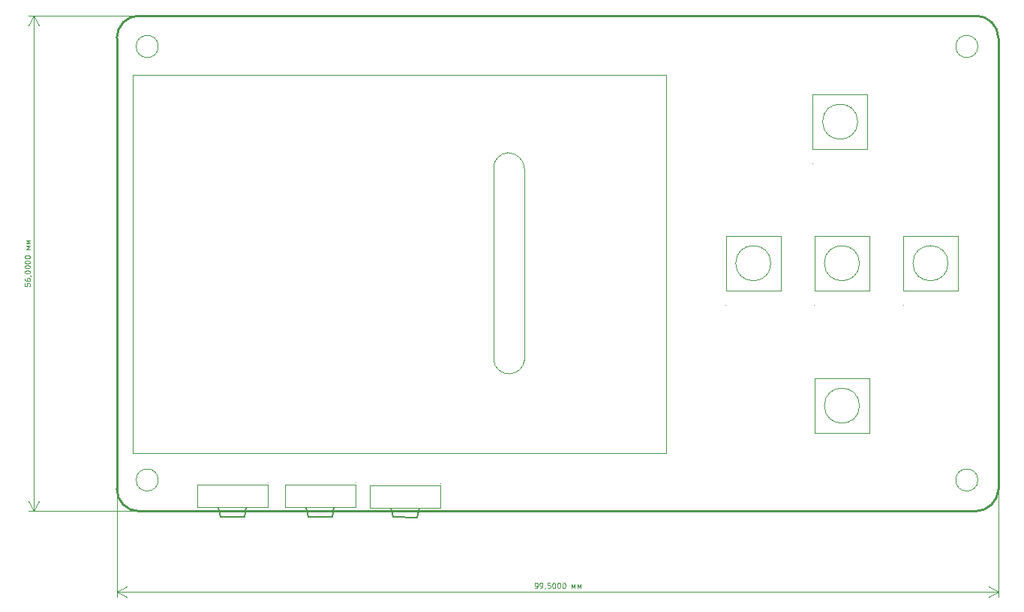
<source format=gbr>
%TF.GenerationSoftware,KiCad,Pcbnew,(6.0.4)*%
%TF.CreationDate,2023-04-20T20:53:16+03:00*%
%TF.ProjectId,mp3_test_board,6d70335f-7465-4737-945f-626f6172642e,rev?*%
%TF.SameCoordinates,Original*%
%TF.FileFunction,AssemblyDrawing,Top*%
%FSLAX46Y46*%
G04 Gerber Fmt 4.6, Leading zero omitted, Abs format (unit mm)*
G04 Created by KiCad (PCBNEW (6.0.4)) date 2023-04-20 20:53:16*
%MOMM*%
%LPD*%
G01*
G04 APERTURE LIST*
%TA.AperFunction,Profile*%
%ADD10C,0.250000*%
%TD*%
%ADD11C,0.080000*%
%ADD12C,0.100000*%
%ADD13C,0.150000*%
%ADD14C,0.120000*%
%ADD15C,0.060000*%
G04 APERTURE END LIST*
D10*
X173467769Y-99232295D02*
G75*
G03*
X175960000Y-96750000I-93569J2586195D01*
G01*
X175960001Y-45750000D02*
G75*
G03*
X173467767Y-43232233I-2528101J-10100D01*
G01*
X78967767Y-43232167D02*
G75*
G03*
X76467767Y-45732233I33J-2500033D01*
G01*
X76467767Y-45732233D02*
X76467767Y-96732233D01*
X78967767Y-99232233D02*
X173467767Y-99232233D01*
X175960000Y-96750000D02*
X175960000Y-45750000D01*
X173467767Y-43232233D02*
X78967767Y-43232233D01*
X76467767Y-96732233D02*
G75*
G03*
X78967767Y-99232233I2500033J33D01*
G01*
D11*
X66075407Y-73489427D02*
X66075407Y-73775141D01*
X66361121Y-73803713D01*
X66332550Y-73775141D01*
X66303979Y-73717998D01*
X66303979Y-73575141D01*
X66332550Y-73517998D01*
X66361121Y-73489427D01*
X66418264Y-73460855D01*
X66561121Y-73460855D01*
X66618264Y-73489427D01*
X66646836Y-73517998D01*
X66675407Y-73575141D01*
X66675407Y-73717998D01*
X66646836Y-73775141D01*
X66618264Y-73803713D01*
X66075407Y-72946570D02*
X66075407Y-73060855D01*
X66103979Y-73117998D01*
X66132550Y-73146570D01*
X66218264Y-73203713D01*
X66332550Y-73232284D01*
X66561121Y-73232284D01*
X66618264Y-73203713D01*
X66646836Y-73175141D01*
X66675407Y-73117998D01*
X66675407Y-73003713D01*
X66646836Y-72946570D01*
X66618264Y-72917998D01*
X66561121Y-72889427D01*
X66418264Y-72889427D01*
X66361121Y-72917998D01*
X66332550Y-72946570D01*
X66303979Y-73003713D01*
X66303979Y-73117998D01*
X66332550Y-73175141D01*
X66361121Y-73203713D01*
X66418264Y-73232284D01*
X66646836Y-72603713D02*
X66675407Y-72603713D01*
X66732550Y-72632284D01*
X66761121Y-72660855D01*
X66075407Y-72232284D02*
X66075407Y-72175141D01*
X66103979Y-72117998D01*
X66132550Y-72089427D01*
X66189693Y-72060855D01*
X66303979Y-72032284D01*
X66446836Y-72032284D01*
X66561121Y-72060855D01*
X66618264Y-72089427D01*
X66646836Y-72117998D01*
X66675407Y-72175141D01*
X66675407Y-72232284D01*
X66646836Y-72289427D01*
X66618264Y-72317998D01*
X66561121Y-72346570D01*
X66446836Y-72375141D01*
X66303979Y-72375141D01*
X66189693Y-72346570D01*
X66132550Y-72317998D01*
X66103979Y-72289427D01*
X66075407Y-72232284D01*
X66075407Y-71660855D02*
X66075407Y-71603713D01*
X66103979Y-71546570D01*
X66132550Y-71517998D01*
X66189693Y-71489427D01*
X66303979Y-71460855D01*
X66446836Y-71460855D01*
X66561121Y-71489427D01*
X66618264Y-71517998D01*
X66646836Y-71546570D01*
X66675407Y-71603713D01*
X66675407Y-71660855D01*
X66646836Y-71717998D01*
X66618264Y-71746570D01*
X66561121Y-71775141D01*
X66446836Y-71803713D01*
X66303979Y-71803713D01*
X66189693Y-71775141D01*
X66132550Y-71746570D01*
X66103979Y-71717998D01*
X66075407Y-71660855D01*
X66075407Y-71089427D02*
X66075407Y-71032284D01*
X66103979Y-70975141D01*
X66132550Y-70946570D01*
X66189693Y-70917998D01*
X66303979Y-70889427D01*
X66446836Y-70889427D01*
X66561121Y-70917998D01*
X66618264Y-70946570D01*
X66646836Y-70975141D01*
X66675407Y-71032284D01*
X66675407Y-71089427D01*
X66646836Y-71146570D01*
X66618264Y-71175141D01*
X66561121Y-71203713D01*
X66446836Y-71232284D01*
X66303979Y-71232284D01*
X66189693Y-71203713D01*
X66132550Y-71175141D01*
X66103979Y-71146570D01*
X66075407Y-71089427D01*
X66075407Y-70517998D02*
X66075407Y-70460855D01*
X66103979Y-70403713D01*
X66132550Y-70375141D01*
X66189693Y-70346570D01*
X66303979Y-70317998D01*
X66446836Y-70317998D01*
X66561121Y-70346570D01*
X66618264Y-70375141D01*
X66646836Y-70403713D01*
X66675407Y-70460855D01*
X66675407Y-70517998D01*
X66646836Y-70575141D01*
X66618264Y-70603713D01*
X66561121Y-70632284D01*
X66446836Y-70660855D01*
X66303979Y-70660855D01*
X66189693Y-70632284D01*
X66132550Y-70603713D01*
X66103979Y-70575141D01*
X66075407Y-70517998D01*
X66675407Y-69603713D02*
X66275407Y-69603713D01*
X66589693Y-69432284D01*
X66275407Y-69260855D01*
X66675407Y-69260855D01*
X66675407Y-68975141D02*
X66275407Y-68975141D01*
X66589693Y-68803713D01*
X66275407Y-68632284D01*
X66675407Y-68632284D01*
D12*
X83883979Y-43203713D02*
X66497559Y-43203713D01*
X66497559Y-99203713D02*
X84583979Y-99203713D01*
X67083979Y-43203713D02*
X67083979Y-99203713D01*
X67083979Y-43203713D02*
X67083979Y-99203713D01*
X67083979Y-43203713D02*
X66497558Y-44330217D01*
X67083979Y-43203713D02*
X67670400Y-44330217D01*
X67083979Y-99203713D02*
X67670400Y-98077209D01*
X67083979Y-99203713D02*
X66497558Y-98077209D01*
D11*
X123677142Y-107931428D02*
X123791428Y-107931428D01*
X123848571Y-107902857D01*
X123877142Y-107874285D01*
X123934285Y-107788571D01*
X123962857Y-107674285D01*
X123962857Y-107445714D01*
X123934285Y-107388571D01*
X123905714Y-107360000D01*
X123848571Y-107331428D01*
X123734285Y-107331428D01*
X123677142Y-107360000D01*
X123648571Y-107388571D01*
X123620000Y-107445714D01*
X123620000Y-107588571D01*
X123648571Y-107645714D01*
X123677142Y-107674285D01*
X123734285Y-107702857D01*
X123848571Y-107702857D01*
X123905714Y-107674285D01*
X123934285Y-107645714D01*
X123962857Y-107588571D01*
X124248571Y-107931428D02*
X124362857Y-107931428D01*
X124420000Y-107902857D01*
X124448571Y-107874285D01*
X124505714Y-107788571D01*
X124534285Y-107674285D01*
X124534285Y-107445714D01*
X124505714Y-107388571D01*
X124477142Y-107360000D01*
X124420000Y-107331428D01*
X124305714Y-107331428D01*
X124248571Y-107360000D01*
X124220000Y-107388571D01*
X124191428Y-107445714D01*
X124191428Y-107588571D01*
X124220000Y-107645714D01*
X124248571Y-107674285D01*
X124305714Y-107702857D01*
X124420000Y-107702857D01*
X124477142Y-107674285D01*
X124505714Y-107645714D01*
X124534285Y-107588571D01*
X124820000Y-107902857D02*
X124820000Y-107931428D01*
X124791428Y-107988571D01*
X124762857Y-108017142D01*
X125362857Y-107331428D02*
X125077142Y-107331428D01*
X125048571Y-107617142D01*
X125077142Y-107588571D01*
X125134285Y-107560000D01*
X125277142Y-107560000D01*
X125334285Y-107588571D01*
X125362857Y-107617142D01*
X125391428Y-107674285D01*
X125391428Y-107817142D01*
X125362857Y-107874285D01*
X125334285Y-107902857D01*
X125277142Y-107931428D01*
X125134285Y-107931428D01*
X125077142Y-107902857D01*
X125048571Y-107874285D01*
X125762857Y-107331428D02*
X125820000Y-107331428D01*
X125877142Y-107360000D01*
X125905714Y-107388571D01*
X125934285Y-107445714D01*
X125962857Y-107560000D01*
X125962857Y-107702857D01*
X125934285Y-107817142D01*
X125905714Y-107874285D01*
X125877142Y-107902857D01*
X125820000Y-107931428D01*
X125762857Y-107931428D01*
X125705714Y-107902857D01*
X125677142Y-107874285D01*
X125648571Y-107817142D01*
X125620000Y-107702857D01*
X125620000Y-107560000D01*
X125648571Y-107445714D01*
X125677142Y-107388571D01*
X125705714Y-107360000D01*
X125762857Y-107331428D01*
X126334285Y-107331428D02*
X126391428Y-107331428D01*
X126448571Y-107360000D01*
X126477142Y-107388571D01*
X126505714Y-107445714D01*
X126534285Y-107560000D01*
X126534285Y-107702857D01*
X126505714Y-107817142D01*
X126477142Y-107874285D01*
X126448571Y-107902857D01*
X126391428Y-107931428D01*
X126334285Y-107931428D01*
X126277142Y-107902857D01*
X126248571Y-107874285D01*
X126220000Y-107817142D01*
X126191428Y-107702857D01*
X126191428Y-107560000D01*
X126220000Y-107445714D01*
X126248571Y-107388571D01*
X126277142Y-107360000D01*
X126334285Y-107331428D01*
X126905714Y-107331428D02*
X126962857Y-107331428D01*
X127020000Y-107360000D01*
X127048571Y-107388571D01*
X127077142Y-107445714D01*
X127105714Y-107560000D01*
X127105714Y-107702857D01*
X127077142Y-107817142D01*
X127048571Y-107874285D01*
X127020000Y-107902857D01*
X126962857Y-107931428D01*
X126905714Y-107931428D01*
X126848571Y-107902857D01*
X126820000Y-107874285D01*
X126791428Y-107817142D01*
X126762857Y-107702857D01*
X126762857Y-107560000D01*
X126791428Y-107445714D01*
X126820000Y-107388571D01*
X126848571Y-107360000D01*
X126905714Y-107331428D01*
X127820000Y-107931428D02*
X127820000Y-107531428D01*
X127991428Y-107845714D01*
X128162857Y-107531428D01*
X128162857Y-107931428D01*
X128448571Y-107931428D02*
X128448571Y-107531428D01*
X128620000Y-107845714D01*
X128791428Y-107531428D01*
X128791428Y-107931428D01*
D12*
X76470000Y-92540000D02*
X76470000Y-108926420D01*
X175970000Y-108926420D02*
X175970000Y-92830000D01*
X76470000Y-108340000D02*
X175970000Y-108340000D01*
X76470000Y-108340000D02*
X175970000Y-108340000D01*
X76470000Y-108340000D02*
X77596504Y-108926421D01*
X76470000Y-108340000D02*
X77596504Y-107753579D01*
X175970000Y-108340000D02*
X174843496Y-107753579D01*
X175970000Y-108340000D02*
X174843496Y-108926421D01*
D13*
%TO.C,SW7*%
X110570000Y-98844100D02*
X110360000Y-99915135D01*
X107640000Y-99906666D02*
X107425200Y-98894900D01*
X110360000Y-99915135D02*
X107640000Y-99906666D01*
D14*
X113020000Y-96302500D02*
X105037600Y-96302500D01*
X105037600Y-96302500D02*
X105037600Y-98844100D01*
X105037600Y-98844100D02*
X113020000Y-98844100D01*
X113020000Y-98844100D02*
X113020000Y-96302500D01*
D15*
X113043200Y-96100900D02*
G75*
G03*
X113043200Y-96100900I-30000J0D01*
G01*
%TO.C,SW1*%
X145230000Y-75950000D02*
G75*
G03*
X145230000Y-75950000I-30000J0D01*
G01*
D14*
X150281200Y-71200000D02*
G75*
G03*
X150281200Y-71200000I-1981200J0D01*
G01*
X145200000Y-74300000D02*
X151400000Y-74300000D01*
X151400000Y-74300000D02*
X151400000Y-68100000D01*
X151400000Y-68100000D02*
X145200000Y-68100000D01*
X145200000Y-68100000D02*
X145200000Y-74300000D01*
D13*
%TO.C,SW6*%
X98040000Y-99834166D02*
X97825200Y-98822400D01*
X100760000Y-99842635D02*
X98040000Y-99834166D01*
X100970000Y-98771600D02*
X100760000Y-99842635D01*
D14*
X103420000Y-96230000D02*
X95437600Y-96230000D01*
X95437600Y-96230000D02*
X95437600Y-98771600D01*
X95437600Y-98771600D02*
X103420000Y-98771600D01*
X103420000Y-98771600D02*
X103420000Y-96230000D01*
D15*
X103443200Y-96028400D02*
G75*
G03*
X103443200Y-96028400I-30000J0D01*
G01*
D12*
%TO.C,H4*%
X173650000Y-46700000D02*
G75*
G03*
X173650000Y-46700000I-1250000J0D01*
G01*
%TO.C,H2*%
X81150000Y-46700000D02*
G75*
G03*
X81150000Y-46700000I-1250000J0D01*
G01*
D14*
%TO.C,P1*%
X118982800Y-81977000D02*
X118982800Y-60336200D01*
X122476746Y-82169963D02*
X122476746Y-60529163D01*
X138490000Y-92645000D02*
X78230000Y-92645000D01*
X78230000Y-92645000D02*
X78230000Y-49925000D01*
X78230000Y-49925000D02*
X138490000Y-49925000D01*
X138490000Y-49925000D02*
X138490000Y-92645000D01*
X118982801Y-82078600D02*
G75*
G03*
X120811600Y-83704199I1727199J101600D01*
G01*
X120842547Y-83701693D02*
G75*
G03*
X122476746Y-82169963I-110317J1755323D01*
G01*
X120608386Y-58710613D02*
G75*
G03*
X118982800Y-60437800I102014J-1724587D01*
G01*
X122476752Y-60529163D02*
G75*
G03*
X120608384Y-58710586I-1877502J-59857D01*
G01*
D12*
%TO.C,H1*%
X81150000Y-95700000D02*
G75*
G03*
X81150000Y-95700000I-1250000J0D01*
G01*
D15*
%TO.C,SW3*%
X155230000Y-92050000D02*
G75*
G03*
X155230000Y-92050000I-30000J0D01*
G01*
D14*
X160281200Y-87300000D02*
G75*
G03*
X160281200Y-87300000I-1981200J0D01*
G01*
X155200000Y-90400000D02*
X161400000Y-90400000D01*
X161400000Y-90400000D02*
X161400000Y-84200000D01*
X161400000Y-84200000D02*
X155200000Y-84200000D01*
X155200000Y-84200000D02*
X155200000Y-90400000D01*
D15*
%TO.C,SW2*%
X165230000Y-75950000D02*
G75*
G03*
X165230000Y-75950000I-30000J0D01*
G01*
D14*
X170281200Y-71200000D02*
G75*
G03*
X170281200Y-71200000I-1981200J0D01*
G01*
X165200000Y-74300000D02*
X171400000Y-74300000D01*
X171400000Y-74300000D02*
X171400000Y-68100000D01*
X171400000Y-68100000D02*
X165200000Y-68100000D01*
X165200000Y-68100000D02*
X165200000Y-74300000D01*
D15*
%TO.C,SW8*%
X93543200Y-96028400D02*
G75*
G03*
X93543200Y-96028400I-30000J0D01*
G01*
D14*
X93520000Y-96230000D02*
X85537600Y-96230000D01*
X85537600Y-96230000D02*
X85537600Y-98771600D01*
X85537600Y-98771600D02*
X93520000Y-98771600D01*
X93520000Y-98771600D02*
X93520000Y-96230000D01*
D13*
X90860000Y-99842635D02*
X88140000Y-99834166D01*
X88140000Y-99834166D02*
X87925200Y-98822400D01*
X91070000Y-98771600D02*
X90860000Y-99842635D01*
D12*
%TO.C,H3*%
X173650000Y-95700000D02*
G75*
G03*
X173650000Y-95700000I-1250000J0D01*
G01*
D15*
%TO.C,SW4*%
X155030000Y-59950000D02*
G75*
G03*
X155030000Y-59950000I-30000J0D01*
G01*
D14*
X160081200Y-55200000D02*
G75*
G03*
X160081200Y-55200000I-1981200J0D01*
G01*
X155000000Y-58300000D02*
X161200000Y-58300000D01*
X161200000Y-58300000D02*
X161200000Y-52100000D01*
X161200000Y-52100000D02*
X155000000Y-52100000D01*
X155000000Y-52100000D02*
X155000000Y-58300000D01*
%TO.C,SW5*%
X160281200Y-71200000D02*
G75*
G03*
X160281200Y-71200000I-1981200J0D01*
G01*
D15*
X155230000Y-75950000D02*
G75*
G03*
X155230000Y-75950000I-30000J0D01*
G01*
D14*
X155200000Y-74300000D02*
X161400000Y-74300000D01*
X161400000Y-74300000D02*
X161400000Y-68100000D01*
X161400000Y-68100000D02*
X155200000Y-68100000D01*
X155200000Y-68100000D02*
X155200000Y-74300000D01*
%TD*%
M02*

</source>
